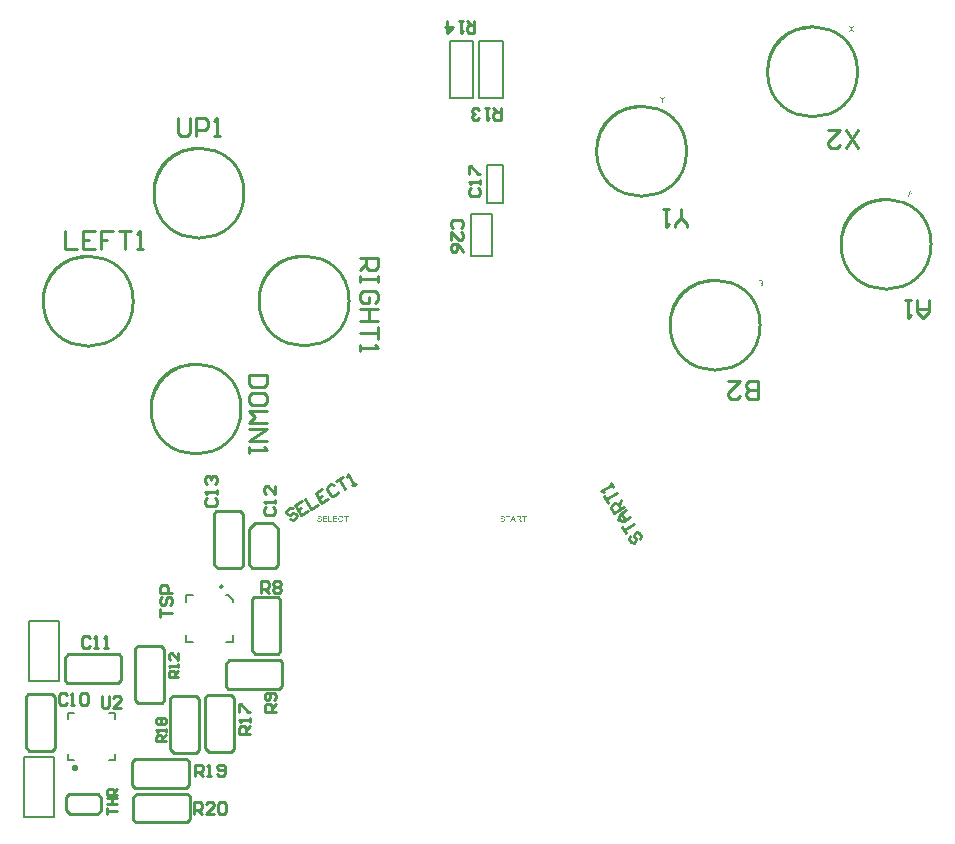
<source format=gto>
G04 Layer_Color=65535*
%FSLAX44Y44*%
%MOMM*%
G71*
G01*
G75*
%ADD26C,0.2540*%
%ADD75C,0.2000*%
%ADD76C,0.2500*%
%ADD77C,0.1270*%
%ADD78C,0.2032*%
%ADD79C,0.1524*%
G36*
X530416Y343364D02*
X528787D01*
Y339001D01*
X528133D01*
Y343364D01*
X526504D01*
Y343948D01*
X530416D01*
Y343364D01*
D02*
G37*
G36*
X520871D02*
X517945D01*
Y341852D01*
X520683D01*
Y341268D01*
X517945D01*
Y339585D01*
X520983D01*
Y339001D01*
X517291D01*
Y343948D01*
X520871D01*
Y343364D01*
D02*
G37*
G36*
X956675Y756593D02*
X958530Y753999D01*
X957731D01*
X956477Y755762D01*
X956472Y755768D01*
X956461Y755789D01*
X956440Y755816D01*
X956413Y755859D01*
X956381Y755902D01*
X956349Y755950D01*
X956273Y756062D01*
Y756057D01*
X956268Y756052D01*
X956247Y756020D01*
X956220Y755977D01*
X956182Y755923D01*
X956102Y755810D01*
X956070Y755757D01*
X956038Y755714D01*
X954784Y753999D01*
X953996D01*
X955909Y756561D01*
X954221Y758946D01*
X954998D01*
X955904Y757675D01*
X955909Y757670D01*
X955914Y757660D01*
X955930Y757638D01*
X955952Y757611D01*
X955973Y757579D01*
X956000Y757542D01*
X956059Y757456D01*
X956124Y757354D01*
X956188Y757258D01*
X956252Y757156D01*
X956300Y757070D01*
Y757075D01*
X956306Y757081D01*
X956316Y757097D01*
X956332Y757118D01*
X956365Y757166D01*
X956413Y757236D01*
X956472Y757322D01*
X956536Y757418D01*
X956617Y757520D01*
X956697Y757627D01*
X957683Y758946D01*
X958396D01*
X956675Y756593D01*
D02*
G37*
G36*
X879564Y543421D02*
X879623D01*
X879682Y543416D01*
X879751Y543405D01*
X879891Y543389D01*
X880046Y543362D01*
X880191Y543325D01*
X880330Y543271D01*
X880335D01*
X880346Y543266D01*
X880362Y543255D01*
X880389Y543245D01*
X880448Y543207D01*
X880528Y543159D01*
X880614Y543094D01*
X880700Y543014D01*
X880786Y542918D01*
X880866Y542810D01*
Y542805D01*
X880877Y542794D01*
X880882Y542778D01*
X880898Y542757D01*
X880914Y542730D01*
X880930Y542692D01*
X880968Y542612D01*
X881000Y542516D01*
X881032Y542403D01*
X881054Y542285D01*
X881064Y542156D01*
Y542151D01*
Y542141D01*
Y542124D01*
Y542103D01*
X881054Y542044D01*
X881043Y541964D01*
X881021Y541872D01*
X880989Y541771D01*
X880946Y541669D01*
X880888Y541562D01*
Y541556D01*
X880882Y541551D01*
X880871Y541535D01*
X880855Y541513D01*
X880818Y541465D01*
X880759Y541401D01*
X880689Y541331D01*
X880598Y541256D01*
X880496Y541181D01*
X880373Y541111D01*
X880378D01*
X880394Y541106D01*
X880416Y541095D01*
X880448Y541085D01*
X880486Y541069D01*
X880528Y541053D01*
X880625Y541004D01*
X880737Y540945D01*
X880850Y540865D01*
X880963Y540774D01*
X881059Y540661D01*
X881064Y540656D01*
X881070Y540645D01*
X881080Y540629D01*
X881096Y540608D01*
X881118Y540575D01*
X881139Y540538D01*
X881161Y540495D01*
X881182Y540447D01*
X881225Y540340D01*
X881268Y540211D01*
X881295Y540066D01*
X881305Y539991D01*
Y539911D01*
Y539906D01*
Y539895D01*
Y539879D01*
Y539852D01*
X881300Y539820D01*
Y539788D01*
X881289Y539702D01*
X881268Y539600D01*
X881241Y539493D01*
X881204Y539375D01*
X881155Y539263D01*
Y539257D01*
X881150Y539252D01*
X881139Y539236D01*
X881129Y539214D01*
X881096Y539161D01*
X881054Y539096D01*
X881005Y539021D01*
X880941Y538946D01*
X880871Y538871D01*
X880791Y538802D01*
X880780Y538796D01*
X880753Y538775D01*
X880705Y538748D01*
X880641Y538711D01*
X880566Y538673D01*
X880475Y538630D01*
X880368Y538592D01*
X880250Y538560D01*
X880244D01*
X880234Y538555D01*
X880218D01*
X880191Y538550D01*
X880159Y538544D01*
X880121Y538534D01*
X880078Y538528D01*
X880030Y538523D01*
X879976Y538512D01*
X879912Y538507D01*
X879778Y538491D01*
X879623Y538485D01*
X879451Y538480D01*
X877570D01*
Y543427D01*
X879516D01*
X879564Y543421D01*
D02*
G37*
G36*
X506063Y344028D02*
X506122Y344023D01*
X506181Y344017D01*
X506250Y344012D01*
X506400Y343991D01*
X506567Y343959D01*
X506733Y343910D01*
X506894Y343851D01*
X506899D01*
X506910Y343841D01*
X506936Y343835D01*
X506963Y343819D01*
X506995Y343798D01*
X507038Y343776D01*
X507129Y343723D01*
X507237Y343648D01*
X507344Y343557D01*
X507446Y343455D01*
X507537Y343331D01*
X507542Y343326D01*
X507547Y343315D01*
X507558Y343299D01*
X507574Y343273D01*
X507590Y343240D01*
X507612Y343203D01*
X507628Y343155D01*
X507655Y343106D01*
X507697Y342994D01*
X507735Y342860D01*
X507767Y342715D01*
X507783Y342554D01*
X507156Y342506D01*
Y342511D01*
X507151Y342528D01*
Y342549D01*
X507146Y342581D01*
X507135Y342624D01*
X507124Y342667D01*
X507092Y342769D01*
X507049Y342881D01*
X506985Y342999D01*
X506910Y343112D01*
X506861Y343160D01*
X506808Y343208D01*
X506802Y343214D01*
X506797Y343219D01*
X506776Y343230D01*
X506754Y343246D01*
X506722Y343262D01*
X506685Y343283D01*
X506642Y343305D01*
X506593Y343331D01*
X506535Y343353D01*
X506470Y343374D01*
X506400Y343396D01*
X506325Y343412D01*
X506240Y343428D01*
X506149Y343439D01*
X506052Y343449D01*
X505897D01*
X505854Y343444D01*
X505806D01*
X505752Y343439D01*
X505688Y343433D01*
X505623Y343423D01*
X505479Y343396D01*
X505339Y343358D01*
X505205Y343305D01*
X505141Y343267D01*
X505088Y343230D01*
X505082D01*
X505077Y343219D01*
X505045Y343192D01*
X505002Y343144D01*
X504953Y343080D01*
X504905Y343005D01*
X504862Y342914D01*
X504830Y342817D01*
X504825Y342763D01*
X504819Y342704D01*
Y342699D01*
Y342694D01*
X504825Y342662D01*
X504830Y342613D01*
X504841Y342554D01*
X504868Y342485D01*
X504900Y342410D01*
X504943Y342340D01*
X505007Y342270D01*
X505018Y342265D01*
X505028Y342254D01*
X505050Y342238D01*
X505077Y342222D01*
X505109Y342206D01*
X505152Y342185D01*
X505200Y342158D01*
X505259Y342131D01*
X505329Y342104D01*
X505409Y342077D01*
X505500Y342045D01*
X505607Y342013D01*
X505720Y341981D01*
X505849Y341943D01*
X505993Y341911D01*
X506004D01*
X506031Y341906D01*
X506068Y341895D01*
X506122Y341879D01*
X506186Y341868D01*
X506261Y341847D01*
X506342Y341831D01*
X506427Y341804D01*
X506609Y341756D01*
X506792Y341708D01*
X506878Y341681D01*
X506953Y341654D01*
X507028Y341627D01*
X507086Y341600D01*
X507092D01*
X507108Y341590D01*
X507129Y341579D01*
X507156Y341563D01*
X507194Y341547D01*
X507237Y341520D01*
X507328Y341461D01*
X507435Y341391D01*
X507537Y341306D01*
X507639Y341204D01*
X507681Y341150D01*
X507724Y341097D01*
Y341091D01*
X507735Y341081D01*
X507746Y341064D01*
X507756Y341043D01*
X507772Y341016D01*
X507789Y340979D01*
X507831Y340893D01*
X507869Y340791D01*
X507901Y340673D01*
X507923Y340539D01*
X507933Y340395D01*
Y340389D01*
Y340378D01*
Y340357D01*
X507928Y340330D01*
Y340293D01*
X507923Y340255D01*
X507906Y340153D01*
X507880Y340041D01*
X507837Y339918D01*
X507778Y339789D01*
X507746Y339719D01*
X507703Y339655D01*
Y339650D01*
X507692Y339639D01*
X507681Y339623D01*
X507660Y339596D01*
X507612Y339537D01*
X507537Y339457D01*
X507446Y339371D01*
X507333Y339280D01*
X507204Y339194D01*
X507054Y339114D01*
X507049D01*
X507033Y339103D01*
X507011Y339098D01*
X506979Y339081D01*
X506942Y339071D01*
X506894Y339055D01*
X506840Y339033D01*
X506776Y339017D01*
X506711Y339001D01*
X506636Y338980D01*
X506475Y338953D01*
X506299Y338931D01*
X506106Y338921D01*
X506041D01*
X505993Y338926D01*
X505934D01*
X505870Y338931D01*
X505795Y338937D01*
X505709Y338947D01*
X505532Y338969D01*
X505345Y339001D01*
X505157Y339049D01*
X504975Y339114D01*
X504970D01*
X504953Y339124D01*
X504932Y339135D01*
X504900Y339151D01*
X504862Y339173D01*
X504819Y339194D01*
X504718Y339258D01*
X504605Y339339D01*
X504487Y339441D01*
X504369Y339558D01*
X504268Y339698D01*
X504262Y339703D01*
X504257Y339714D01*
X504246Y339735D01*
X504230Y339767D01*
X504208Y339805D01*
X504187Y339848D01*
X504160Y339902D01*
X504139Y339960D01*
X504112Y340019D01*
X504091Y340089D01*
X504048Y340244D01*
X504016Y340411D01*
X504005Y340502D01*
X503999Y340593D01*
X504616Y340646D01*
Y340641D01*
Y340630D01*
X504621Y340609D01*
X504627Y340582D01*
X504632Y340550D01*
X504637Y340518D01*
X504659Y340427D01*
X504686Y340330D01*
X504718Y340228D01*
X504761Y340127D01*
X504814Y340030D01*
X504819Y340019D01*
X504846Y339993D01*
X504884Y339950D01*
X504937Y339896D01*
X505007Y339832D01*
X505093Y339773D01*
X505195Y339709D01*
X505313Y339650D01*
X505318D01*
X505329Y339644D01*
X505345Y339639D01*
X505372Y339628D01*
X505404Y339617D01*
X505441Y339601D01*
X505484Y339591D01*
X505532Y339580D01*
X505645Y339553D01*
X505779Y339526D01*
X505918Y339510D01*
X506074Y339505D01*
X506138D01*
X506170Y339510D01*
X506208D01*
X506293Y339521D01*
X506395Y339532D01*
X506508Y339548D01*
X506620Y339575D01*
X506727Y339612D01*
X506733D01*
X506738Y339617D01*
X506754Y339623D01*
X506776Y339633D01*
X506824Y339660D01*
X506888Y339692D01*
X506958Y339735D01*
X507033Y339789D01*
X507097Y339848D01*
X507156Y339918D01*
X507161Y339928D01*
X507178Y339950D01*
X507204Y339993D01*
X507231Y340046D01*
X507253Y340111D01*
X507280Y340180D01*
X507295Y340261D01*
X507301Y340341D01*
Y340346D01*
Y340352D01*
Y340378D01*
X507295Y340427D01*
X507285Y340480D01*
X507269Y340545D01*
X507242Y340614D01*
X507210Y340684D01*
X507161Y340748D01*
X507156Y340754D01*
X507135Y340775D01*
X507103Y340807D01*
X507054Y340850D01*
X506995Y340893D01*
X506915Y340941D01*
X506824Y340989D01*
X506717Y341038D01*
X506706Y341043D01*
X506695Y341048D01*
X506674Y341054D01*
X506652Y341059D01*
X506620Y341070D01*
X506577Y341086D01*
X506535Y341097D01*
X506475Y341113D01*
X506417Y341134D01*
X506342Y341150D01*
X506261Y341172D01*
X506170Y341199D01*
X506074Y341220D01*
X505961Y341252D01*
X505838Y341279D01*
X505832D01*
X505811Y341284D01*
X505774Y341295D01*
X505731Y341306D01*
X505672Y341322D01*
X505607Y341338D01*
X505543Y341359D01*
X505468Y341381D01*
X505307Y341429D01*
X505152Y341483D01*
X505077Y341509D01*
X505007Y341536D01*
X504943Y341563D01*
X504889Y341590D01*
X504884D01*
X504873Y341600D01*
X504857Y341611D01*
X504830Y341622D01*
X504766Y341659D01*
X504691Y341713D01*
X504600Y341783D01*
X504514Y341858D01*
X504428Y341949D01*
X504359Y342045D01*
Y342051D01*
X504353Y342056D01*
X504342Y342072D01*
X504332Y342094D01*
X504305Y342152D01*
X504273Y342228D01*
X504241Y342319D01*
X504214Y342426D01*
X504192Y342544D01*
X504187Y342667D01*
Y342672D01*
Y342683D01*
Y342704D01*
X504192Y342731D01*
Y342763D01*
X504198Y342801D01*
X504214Y342897D01*
X504241Y343005D01*
X504273Y343117D01*
X504326Y343240D01*
X504396Y343364D01*
Y343369D01*
X504407Y343380D01*
X504417Y343396D01*
X504434Y343417D01*
X504487Y343476D01*
X504557Y343551D01*
X504643Y343632D01*
X504750Y343712D01*
X504873Y343792D01*
X505018Y343862D01*
X505023D01*
X505034Y343867D01*
X505061Y343878D01*
X505088Y343889D01*
X505125Y343900D01*
X505173Y343916D01*
X505227Y343932D01*
X505286Y343948D01*
X505350Y343964D01*
X505420Y343980D01*
X505570Y344007D01*
X505741Y344028D01*
X505924Y344034D01*
X506015D01*
X506063Y344028D01*
D02*
G37*
G36*
X1008626Y613999D02*
X1007881D01*
X1007308Y615495D01*
X1005228D01*
X1004692Y613999D01*
X1004001D01*
X1005893Y618946D01*
X1006600D01*
X1008626Y613999D01*
D02*
G37*
G36*
X524151Y344028D02*
X524215Y344023D01*
X524290Y344012D01*
X524371Y344001D01*
X524462Y343985D01*
X524558Y343964D01*
X524660Y343942D01*
X524762Y343910D01*
X524869Y343873D01*
X524976Y343830D01*
X525078Y343776D01*
X525180Y343723D01*
X525276Y343653D01*
X525282Y343648D01*
X525298Y343637D01*
X525325Y343615D01*
X525357Y343583D01*
X525400Y343546D01*
X525448Y343498D01*
X525496Y343444D01*
X525555Y343380D01*
X525614Y343310D01*
X525673Y343230D01*
X525732Y343144D01*
X525785Y343047D01*
X525844Y342946D01*
X525893Y342833D01*
X525941Y342715D01*
X525984Y342592D01*
X525341Y342442D01*
Y342447D01*
X525330Y342463D01*
X525325Y342495D01*
X525308Y342533D01*
X525292Y342576D01*
X525266Y342624D01*
X525212Y342742D01*
X525142Y342871D01*
X525051Y343005D01*
X524955Y343128D01*
X524896Y343181D01*
X524837Y343230D01*
X524832Y343235D01*
X524821Y343240D01*
X524805Y343251D01*
X524778Y343267D01*
X524746Y343289D01*
X524708Y343310D01*
X524665Y343331D01*
X524612Y343353D01*
X524553Y343374D01*
X524494Y343396D01*
X524355Y343439D01*
X524194Y343465D01*
X524108Y343476D01*
X523963D01*
X523920Y343471D01*
X523872Y343465D01*
X523813Y343460D01*
X523749Y343455D01*
X523685Y343444D01*
X523529Y343406D01*
X523368Y343358D01*
X523288Y343326D01*
X523208Y343289D01*
X523133Y343246D01*
X523058Y343198D01*
X523052Y343192D01*
X523041Y343187D01*
X523020Y343171D01*
X522993Y343149D01*
X522966Y343122D01*
X522929Y343085D01*
X522891Y343047D01*
X522849Y343005D01*
X522806Y342951D01*
X522757Y342897D01*
X522672Y342774D01*
X522591Y342629D01*
X522522Y342463D01*
Y342458D01*
X522516Y342442D01*
X522505Y342415D01*
X522500Y342383D01*
X522489Y342340D01*
X522473Y342292D01*
X522463Y342233D01*
X522447Y342174D01*
X522430Y342104D01*
X522420Y342029D01*
X522393Y341868D01*
X522377Y341697D01*
X522371Y341515D01*
Y341509D01*
Y341488D01*
Y341456D01*
X522377Y341408D01*
Y341354D01*
X522382Y341290D01*
X522388Y341220D01*
X522393Y341139D01*
X522404Y341054D01*
X522414Y340968D01*
X522447Y340780D01*
X522495Y340593D01*
X522554Y340411D01*
Y340405D01*
X522565Y340389D01*
X522575Y340368D01*
X522586Y340336D01*
X522607Y340293D01*
X522634Y340250D01*
X522693Y340148D01*
X522774Y340030D01*
X522870Y339918D01*
X522988Y339805D01*
X523052Y339757D01*
X523122Y339709D01*
X523127D01*
X523138Y339698D01*
X523159Y339687D01*
X523191Y339671D01*
X523229Y339655D01*
X523272Y339633D01*
X523320Y339617D01*
X523374Y339596D01*
X523497Y339553D01*
X523642Y339516D01*
X523797Y339489D01*
X523877Y339483D01*
X523963Y339478D01*
X524017D01*
X524054Y339483D01*
X524103Y339489D01*
X524156Y339494D01*
X524221Y339505D01*
X524285Y339516D01*
X524435Y339553D01*
X524510Y339580D01*
X524590Y339612D01*
X524671Y339650D01*
X524746Y339692D01*
X524821Y339741D01*
X524896Y339794D01*
X524901Y339800D01*
X524912Y339810D01*
X524933Y339826D01*
X524960Y339853D01*
X524987Y339885D01*
X525024Y339928D01*
X525062Y339977D01*
X525105Y340030D01*
X525148Y340094D01*
X525191Y340164D01*
X525233Y340239D01*
X525276Y340325D01*
X525314Y340416D01*
X525351Y340518D01*
X525389Y340625D01*
X525416Y340737D01*
X526069Y340571D01*
Y340561D01*
X526059Y340534D01*
X526048Y340496D01*
X526027Y340437D01*
X526005Y340373D01*
X525973Y340293D01*
X525941Y340207D01*
X525898Y340116D01*
X525850Y340014D01*
X525796Y339918D01*
X525737Y339810D01*
X525668Y339709D01*
X525592Y339612D01*
X525512Y339516D01*
X525421Y339425D01*
X525325Y339339D01*
X525319Y339333D01*
X525298Y339323D01*
X525271Y339301D01*
X525228Y339274D01*
X525180Y339242D01*
X525116Y339205D01*
X525046Y339167D01*
X524960Y339130D01*
X524869Y339092D01*
X524772Y339055D01*
X524665Y339017D01*
X524547Y338985D01*
X524424Y338958D01*
X524296Y338937D01*
X524162Y338926D01*
X524017Y338921D01*
X523942D01*
X523883Y338926D01*
X523819Y338931D01*
X523738Y338937D01*
X523652Y338947D01*
X523556Y338964D01*
X523454Y338980D01*
X523347Y339001D01*
X523240Y339028D01*
X523133Y339055D01*
X523020Y339092D01*
X522913Y339135D01*
X522811Y339183D01*
X522715Y339242D01*
X522709Y339248D01*
X522693Y339258D01*
X522666Y339274D01*
X522634Y339301D01*
X522591Y339339D01*
X522543Y339376D01*
X522489Y339425D01*
X522430Y339483D01*
X522371Y339548D01*
X522307Y339617D01*
X522248Y339692D01*
X522184Y339778D01*
X522120Y339869D01*
X522061Y339966D01*
X522007Y340073D01*
X521954Y340186D01*
X521948Y340191D01*
X521943Y340212D01*
X521932Y340250D01*
X521916Y340293D01*
X521894Y340352D01*
X521873Y340416D01*
X521852Y340496D01*
X521825Y340582D01*
X521803Y340679D01*
X521777Y340780D01*
X521755Y340888D01*
X521739Y341006D01*
X521707Y341252D01*
X521702Y341381D01*
X521696Y341509D01*
Y341520D01*
Y341541D01*
Y341584D01*
X521702Y341638D01*
X521707Y341708D01*
X521712Y341788D01*
X521723Y341874D01*
X521734Y341970D01*
X521750Y342072D01*
X521766Y342179D01*
X521819Y342410D01*
X521857Y342522D01*
X521894Y342635D01*
X521937Y342753D01*
X521991Y342860D01*
X521996Y342865D01*
X522007Y342887D01*
X522023Y342914D01*
X522045Y342956D01*
X522077Y343005D01*
X522114Y343058D01*
X522157Y343117D01*
X522205Y343187D01*
X522264Y343251D01*
X522323Y343326D01*
X522393Y343396D01*
X522468Y343471D01*
X522548Y343540D01*
X522634Y343610D01*
X522731Y343675D01*
X522827Y343733D01*
X522832Y343739D01*
X522854Y343744D01*
X522881Y343760D01*
X522924Y343782D01*
X522972Y343803D01*
X523036Y343830D01*
X523106Y343857D01*
X523181Y343884D01*
X523266Y343910D01*
X523363Y343937D01*
X523460Y343964D01*
X523567Y343985D01*
X523786Y344023D01*
X523904Y344028D01*
X524028Y344034D01*
X524097D01*
X524151Y344028D01*
D02*
G37*
G36*
X796561Y696089D02*
Y693999D01*
X795907D01*
Y696089D01*
X793999Y698946D01*
X794792D01*
X795768Y697451D01*
X795773Y697445D01*
X795778Y697434D01*
X795794Y697408D01*
X795816Y697381D01*
X795837Y697343D01*
X795864Y697295D01*
X795896Y697247D01*
X795934Y697188D01*
X796009Y697065D01*
X796094Y696925D01*
X796186Y696775D01*
X796271Y696620D01*
X796277Y696625D01*
X796282Y696636D01*
X796293Y696657D01*
X796314Y696690D01*
X796336Y696722D01*
X796357Y696765D01*
X796389Y696818D01*
X796421Y696872D01*
X796459Y696931D01*
X796502Y697000D01*
X796593Y697145D01*
X796700Y697311D01*
X796813Y697488D01*
X797772Y698946D01*
X798533D01*
X796561Y696089D01*
D02*
G37*
G36*
X514059Y339585D02*
X516498D01*
Y339001D01*
X513405D01*
Y343948D01*
X514059D01*
Y339585D01*
D02*
G37*
G36*
X512419Y343364D02*
X509493D01*
Y341852D01*
X512231D01*
Y341268D01*
X509493D01*
Y339585D01*
X512532D01*
Y339001D01*
X508839D01*
Y343948D01*
X512419D01*
Y343364D01*
D02*
G37*
G36*
X661064Y344028D02*
X661123Y344023D01*
X661182Y344017D01*
X661251Y344012D01*
X661402Y343991D01*
X661568Y343959D01*
X661734Y343910D01*
X661895Y343851D01*
X661900D01*
X661911Y343841D01*
X661937Y343835D01*
X661964Y343819D01*
X661996Y343798D01*
X662039Y343776D01*
X662130Y343723D01*
X662237Y343648D01*
X662345Y343557D01*
X662447Y343455D01*
X662538Y343331D01*
X662543Y343326D01*
X662548Y343315D01*
X662559Y343299D01*
X662575Y343273D01*
X662591Y343240D01*
X662613Y343203D01*
X662629Y343155D01*
X662656Y343106D01*
X662698Y342994D01*
X662736Y342860D01*
X662768Y342715D01*
X662784Y342554D01*
X662157Y342506D01*
Y342511D01*
X662152Y342528D01*
Y342549D01*
X662146Y342581D01*
X662136Y342624D01*
X662125Y342667D01*
X662093Y342769D01*
X662050Y342881D01*
X661986Y342999D01*
X661911Y343112D01*
X661862Y343160D01*
X661809Y343208D01*
X661803Y343214D01*
X661798Y343219D01*
X661777Y343230D01*
X661755Y343246D01*
X661723Y343262D01*
X661685Y343283D01*
X661643Y343305D01*
X661594Y343331D01*
X661535Y343353D01*
X661471Y343374D01*
X661402Y343396D01*
X661326Y343412D01*
X661241Y343428D01*
X661150Y343439D01*
X661053Y343449D01*
X660898D01*
X660855Y343444D01*
X660807D01*
X660753Y343439D01*
X660689Y343433D01*
X660624Y343423D01*
X660480Y343396D01*
X660340Y343358D01*
X660206Y343305D01*
X660142Y343267D01*
X660088Y343230D01*
X660083D01*
X660078Y343219D01*
X660045Y343192D01*
X660003Y343144D01*
X659954Y343080D01*
X659906Y343005D01*
X659863Y342914D01*
X659831Y342817D01*
X659826Y342763D01*
X659820Y342704D01*
Y342699D01*
Y342694D01*
X659826Y342662D01*
X659831Y342613D01*
X659842Y342554D01*
X659869Y342485D01*
X659901Y342410D01*
X659944Y342340D01*
X660008Y342270D01*
X660019Y342265D01*
X660030Y342254D01*
X660051Y342238D01*
X660078Y342222D01*
X660110Y342206D01*
X660153Y342185D01*
X660201Y342158D01*
X660260Y342131D01*
X660330Y342104D01*
X660410Y342077D01*
X660501Y342045D01*
X660608Y342013D01*
X660721Y341981D01*
X660850Y341943D01*
X660994Y341911D01*
X661005D01*
X661032Y341906D01*
X661069Y341895D01*
X661123Y341879D01*
X661187Y341868D01*
X661262Y341847D01*
X661342Y341831D01*
X661428Y341804D01*
X661610Y341756D01*
X661793Y341708D01*
X661879Y341681D01*
X661954Y341654D01*
X662029Y341627D01*
X662087Y341600D01*
X662093D01*
X662109Y341590D01*
X662130Y341579D01*
X662157Y341563D01*
X662195Y341547D01*
X662237Y341520D01*
X662329Y341461D01*
X662436Y341391D01*
X662538Y341306D01*
X662639Y341204D01*
X662682Y341150D01*
X662725Y341097D01*
Y341091D01*
X662736Y341081D01*
X662747Y341064D01*
X662757Y341043D01*
X662774Y341016D01*
X662790Y340979D01*
X662832Y340893D01*
X662870Y340791D01*
X662902Y340673D01*
X662924Y340539D01*
X662934Y340395D01*
Y340389D01*
Y340378D01*
Y340357D01*
X662929Y340330D01*
Y340293D01*
X662924Y340255D01*
X662907Y340153D01*
X662881Y340041D01*
X662838Y339918D01*
X662779Y339789D01*
X662747Y339719D01*
X662704Y339655D01*
Y339650D01*
X662693Y339639D01*
X662682Y339623D01*
X662661Y339596D01*
X662613Y339537D01*
X662538Y339457D01*
X662447Y339371D01*
X662334Y339280D01*
X662205Y339194D01*
X662055Y339114D01*
X662050D01*
X662034Y339103D01*
X662012Y339098D01*
X661980Y339081D01*
X661943Y339071D01*
X661895Y339055D01*
X661841Y339033D01*
X661777Y339017D01*
X661712Y339001D01*
X661637Y338980D01*
X661477Y338953D01*
X661300Y338931D01*
X661107Y338921D01*
X661042D01*
X660994Y338926D01*
X660935D01*
X660871Y338931D01*
X660796Y338937D01*
X660710Y338947D01*
X660533Y338969D01*
X660346Y339001D01*
X660158Y339049D01*
X659976Y339114D01*
X659970D01*
X659954Y339124D01*
X659933Y339135D01*
X659901Y339151D01*
X659863Y339173D01*
X659820Y339194D01*
X659719Y339258D01*
X659606Y339339D01*
X659488Y339441D01*
X659370Y339558D01*
X659268Y339698D01*
X659263Y339703D01*
X659258Y339714D01*
X659247Y339735D01*
X659231Y339767D01*
X659210Y339805D01*
X659188Y339848D01*
X659161Y339902D01*
X659140Y339960D01*
X659113Y340019D01*
X659092Y340089D01*
X659049Y340244D01*
X659016Y340411D01*
X659006Y340502D01*
X659000Y340593D01*
X659617Y340646D01*
Y340641D01*
Y340630D01*
X659622Y340609D01*
X659628Y340582D01*
X659633Y340550D01*
X659638Y340518D01*
X659660Y340427D01*
X659687Y340330D01*
X659719Y340228D01*
X659762Y340127D01*
X659815Y340030D01*
X659820Y340019D01*
X659847Y339993D01*
X659885Y339950D01*
X659938Y339896D01*
X660008Y339832D01*
X660094Y339773D01*
X660196Y339709D01*
X660313Y339650D01*
X660319D01*
X660330Y339644D01*
X660346Y339639D01*
X660372Y339628D01*
X660405Y339617D01*
X660442Y339601D01*
X660485Y339591D01*
X660533Y339580D01*
X660646Y339553D01*
X660780Y339526D01*
X660919Y339510D01*
X661075Y339505D01*
X661139D01*
X661171Y339510D01*
X661208D01*
X661294Y339521D01*
X661396Y339532D01*
X661509Y339548D01*
X661621Y339575D01*
X661728Y339612D01*
X661734D01*
X661739Y339617D01*
X661755Y339623D01*
X661777Y339633D01*
X661825Y339660D01*
X661889Y339692D01*
X661959Y339735D01*
X662034Y339789D01*
X662098Y339848D01*
X662157Y339918D01*
X662162Y339928D01*
X662179Y339950D01*
X662205Y339993D01*
X662232Y340046D01*
X662254Y340111D01*
X662280Y340180D01*
X662297Y340261D01*
X662302Y340341D01*
Y340346D01*
Y340352D01*
Y340378D01*
X662297Y340427D01*
X662286Y340480D01*
X662270Y340545D01*
X662243Y340614D01*
X662211Y340684D01*
X662162Y340748D01*
X662157Y340754D01*
X662136Y340775D01*
X662104Y340807D01*
X662055Y340850D01*
X661996Y340893D01*
X661916Y340941D01*
X661825Y340989D01*
X661718Y341038D01*
X661707Y341043D01*
X661696Y341048D01*
X661675Y341054D01*
X661653Y341059D01*
X661621Y341070D01*
X661578Y341086D01*
X661535Y341097D01*
X661477Y341113D01*
X661417Y341134D01*
X661342Y341150D01*
X661262Y341172D01*
X661171Y341199D01*
X661075Y341220D01*
X660962Y341252D01*
X660839Y341279D01*
X660833D01*
X660812Y341284D01*
X660774Y341295D01*
X660732Y341306D01*
X660673Y341322D01*
X660608Y341338D01*
X660544Y341359D01*
X660469Y341381D01*
X660308Y341429D01*
X660153Y341483D01*
X660078Y341509D01*
X660008Y341536D01*
X659944Y341563D01*
X659890Y341590D01*
X659885D01*
X659874Y341600D01*
X659858Y341611D01*
X659831Y341622D01*
X659767Y341659D01*
X659692Y341713D01*
X659601Y341783D01*
X659515Y341858D01*
X659429Y341949D01*
X659360Y342045D01*
Y342051D01*
X659354Y342056D01*
X659343Y342072D01*
X659333Y342094D01*
X659306Y342152D01*
X659274Y342228D01*
X659242Y342319D01*
X659215Y342426D01*
X659193Y342544D01*
X659188Y342667D01*
Y342672D01*
Y342683D01*
Y342704D01*
X659193Y342731D01*
Y342763D01*
X659199Y342801D01*
X659215Y342897D01*
X659242Y343005D01*
X659274Y343117D01*
X659327Y343240D01*
X659397Y343364D01*
Y343369D01*
X659408Y343380D01*
X659418Y343396D01*
X659435Y343417D01*
X659488Y343476D01*
X659558Y343551D01*
X659644Y343632D01*
X659751Y343712D01*
X659874Y343792D01*
X660019Y343862D01*
X660024D01*
X660035Y343867D01*
X660062Y343878D01*
X660088Y343889D01*
X660126Y343900D01*
X660174Y343916D01*
X660228Y343932D01*
X660287Y343948D01*
X660351Y343964D01*
X660421Y343980D01*
X660571Y344007D01*
X660742Y344028D01*
X660925Y344034D01*
X661016D01*
X661064Y344028D01*
D02*
G37*
G36*
X681183Y343364D02*
X679554D01*
Y339001D01*
X678900D01*
Y343364D01*
X677271D01*
Y343948D01*
X681183D01*
Y343364D01*
D02*
G37*
G36*
X667366D02*
X665737D01*
Y339001D01*
X665083D01*
Y343364D01*
X663454D01*
Y343948D01*
X667366D01*
Y343364D01*
D02*
G37*
G36*
X672131Y339001D02*
X671386D01*
X670813Y340496D01*
X668733D01*
X668197Y339001D01*
X667506D01*
X669398Y343948D01*
X670105D01*
X672131Y339001D01*
D02*
G37*
G36*
X675020Y343942D02*
X675079D01*
X675148Y343937D01*
X675229Y343932D01*
X675389Y343916D01*
X675556Y343889D01*
X675716Y343857D01*
X675786Y343835D01*
X675856Y343814D01*
X675861D01*
X675872Y343809D01*
X675888Y343798D01*
X675915Y343787D01*
X675979Y343755D01*
X676054Y343707D01*
X676145Y343642D01*
X676236Y343557D01*
X676327Y343460D01*
X676408Y343342D01*
Y343337D01*
X676419Y343326D01*
X676429Y343310D01*
X676440Y343283D01*
X676456Y343251D01*
X676472Y343214D01*
X676494Y343171D01*
X676515Y343122D01*
X676553Y343010D01*
X676585Y342887D01*
X676606Y342747D01*
X676617Y342597D01*
Y342592D01*
Y342576D01*
Y342544D01*
X676611Y342511D01*
X676606Y342463D01*
X676601Y342410D01*
X676590Y342351D01*
X676574Y342286D01*
X676531Y342147D01*
X676504Y342072D01*
X676472Y341997D01*
X676435Y341922D01*
X676386Y341847D01*
X676333Y341777D01*
X676274Y341708D01*
X676268Y341702D01*
X676258Y341692D01*
X676236Y341675D01*
X676209Y341649D01*
X676172Y341622D01*
X676129Y341590D01*
X676076Y341552D01*
X676011Y341515D01*
X675941Y341477D01*
X675866Y341440D01*
X675781Y341402D01*
X675684Y341365D01*
X675582Y341332D01*
X675470Y341300D01*
X675347Y341273D01*
X675218Y341252D01*
X675223D01*
X675229Y341247D01*
X675261Y341231D01*
X675309Y341204D01*
X675368Y341172D01*
X675432Y341134D01*
X675497Y341097D01*
X675561Y341048D01*
X675615Y341006D01*
X675620Y341000D01*
X675625Y340995D01*
X675641Y340979D01*
X675663Y340957D01*
X675690Y340930D01*
X675722Y340898D01*
X675791Y340823D01*
X675872Y340727D01*
X675963Y340614D01*
X676059Y340486D01*
X676156Y340346D01*
X677013Y339001D01*
X676193D01*
X675540Y340030D01*
X675534Y340036D01*
X675529Y340051D01*
X675513Y340073D01*
X675491Y340105D01*
X675470Y340143D01*
X675438Y340186D01*
X675373Y340282D01*
X675298Y340395D01*
X675223Y340507D01*
X675143Y340614D01*
X675068Y340711D01*
Y340716D01*
X675057Y340722D01*
X675036Y340748D01*
X675004Y340791D01*
X674955Y340839D01*
X674907Y340893D01*
X674848Y340947D01*
X674789Y341000D01*
X674736Y341038D01*
X674730Y341043D01*
X674709Y341054D01*
X674682Y341070D01*
X674644Y341091D01*
X674596Y341113D01*
X674548Y341134D01*
X674494Y341156D01*
X674436Y341172D01*
X674430D01*
X674414Y341177D01*
X674387Y341182D01*
X674350Y341188D01*
X674296D01*
X674232Y341193D01*
X674157Y341199D01*
X673315D01*
Y339001D01*
X672662D01*
Y343948D01*
X674961D01*
X675020Y343942D01*
D02*
G37*
%LPC*%
G36*
X879306Y542843D02*
X878224D01*
Y541347D01*
X879398D01*
X879440Y541353D01*
X879531D01*
X879633Y541358D01*
X879741Y541369D01*
X879837Y541385D01*
X879880Y541390D01*
X879917Y541401D01*
X879923D01*
X879928Y541406D01*
X879960Y541417D01*
X880003Y541433D01*
X880057Y541460D01*
X880116Y541492D01*
X880180Y541535D01*
X880239Y541589D01*
X880293Y541647D01*
X880298Y541658D01*
X880314Y541680D01*
X880335Y541717D01*
X880357Y541765D01*
X880378Y541830D01*
X880400Y541905D01*
X880416Y541985D01*
X880421Y542081D01*
Y542087D01*
Y542092D01*
Y542124D01*
X880416Y542167D01*
X880405Y542226D01*
X880389Y542296D01*
X880368Y542371D01*
X880341Y542446D01*
X880298Y542516D01*
X880293Y542526D01*
X880276Y542548D01*
X880250Y542580D01*
X880212Y542617D01*
X880164Y542660D01*
X880105Y542703D01*
X880041Y542741D01*
X879960Y542773D01*
X879950Y542778D01*
X879939D01*
X879917Y542784D01*
X879896Y542789D01*
X879864Y542794D01*
X879826Y542800D01*
X879789Y542810D01*
X879741Y542816D01*
X879682Y542821D01*
X879623Y542826D01*
X879553Y542832D01*
X879478Y542837D01*
X879398D01*
X879306Y542843D01*
D02*
G37*
G36*
X879365Y540763D02*
X878224D01*
Y539064D01*
X879564D01*
X879633Y539070D01*
X879703D01*
X879778Y539075D01*
X879848Y539080D01*
X879901Y539086D01*
X879912D01*
X879939Y539091D01*
X879982Y539102D01*
X880035Y539118D01*
X880094Y539134D01*
X880153Y539161D01*
X880218Y539187D01*
X880276Y539220D01*
X880282Y539225D01*
X880303Y539236D01*
X880330Y539257D01*
X880368Y539289D01*
X880405Y539327D01*
X880448Y539375D01*
X880491Y539429D01*
X880528Y539493D01*
X880534Y539504D01*
X880545Y539525D01*
X880561Y539563D01*
X880582Y539616D01*
X880598Y539675D01*
X880614Y539745D01*
X880625Y539825D01*
X880630Y539911D01*
Y539916D01*
Y539922D01*
Y539938D01*
Y539959D01*
X880625Y540007D01*
X880614Y540077D01*
X880593Y540152D01*
X880571Y540233D01*
X880534Y540313D01*
X880486Y540393D01*
X880480Y540404D01*
X880459Y540425D01*
X880427Y540463D01*
X880384Y540506D01*
X880325Y540554D01*
X880255Y540597D01*
X880180Y540640D01*
X880089Y540677D01*
X880084D01*
X880078Y540683D01*
X880062Y540688D01*
X880041Y540693D01*
X880014Y540699D01*
X879987Y540704D01*
X879950Y540715D01*
X879907Y540720D01*
X879853Y540731D01*
X879799Y540736D01*
X879741Y540742D01*
X879676Y540752D01*
X879531Y540758D01*
X879365Y540763D01*
D02*
G37*
G36*
X1006231Y618432D02*
Y618426D01*
X1006225Y618410D01*
X1006220Y618383D01*
X1006215Y618351D01*
X1006204Y618303D01*
X1006193Y618255D01*
X1006177Y618196D01*
X1006161Y618131D01*
X1006145Y618062D01*
X1006123Y617987D01*
X1006075Y617826D01*
X1006021Y617654D01*
X1005963Y617477D01*
X1005416Y616025D01*
X1007104D01*
X1006584Y617397D01*
Y617402D01*
X1006574Y617424D01*
X1006563Y617456D01*
X1006547Y617504D01*
X1006525Y617553D01*
X1006504Y617617D01*
X1006477Y617687D01*
X1006450Y617762D01*
X1006397Y617928D01*
X1006338Y618099D01*
X1006279Y618271D01*
X1006231Y618432D01*
D02*
G37*
G36*
X669735Y343433D02*
Y343428D01*
X669730Y343412D01*
X669725Y343385D01*
X669719Y343353D01*
X669708Y343305D01*
X669698Y343256D01*
X669682Y343198D01*
X669666Y343133D01*
X669650Y343064D01*
X669628Y342989D01*
X669580Y342828D01*
X669526Y342656D01*
X669467Y342479D01*
X668921Y341027D01*
X670609D01*
X670089Y342399D01*
Y342404D01*
X670078Y342426D01*
X670068Y342458D01*
X670051Y342506D01*
X670030Y342554D01*
X670009Y342619D01*
X669982Y342688D01*
X669955Y342763D01*
X669902Y342929D01*
X669843Y343101D01*
X669784Y343273D01*
X669735Y343433D01*
D02*
G37*
G36*
X674982Y343401D02*
X673315D01*
Y341767D01*
X674795D01*
X674832Y341772D01*
X674875D01*
X674977Y341777D01*
X675089Y341788D01*
X675207Y341804D01*
X675320Y341825D01*
X675422Y341858D01*
X675427D01*
X675432Y341863D01*
X675464Y341874D01*
X675507Y341895D01*
X675566Y341927D01*
X675625Y341970D01*
X675690Y342018D01*
X675754Y342083D01*
X675807Y342152D01*
X675813Y342163D01*
X675829Y342190D01*
X675850Y342228D01*
X675877Y342286D01*
X675899Y342351D01*
X675920Y342426D01*
X675936Y342511D01*
X675941Y342597D01*
Y342603D01*
Y342613D01*
Y342629D01*
X675936Y342656D01*
Y342683D01*
X675931Y342720D01*
X675909Y342801D01*
X675877Y342892D01*
X675834Y342989D01*
X675770Y343080D01*
X675727Y343128D01*
X675684Y343171D01*
X675679Y343176D01*
X675674Y343181D01*
X675658Y343192D01*
X675636Y343208D01*
X675609Y343224D01*
X675572Y343246D01*
X675534Y343267D01*
X675486Y343289D01*
X675432Y343310D01*
X675373Y343326D01*
X675309Y343348D01*
X675239Y343364D01*
X675159Y343380D01*
X675073Y343390D01*
X674982Y343401D01*
D02*
G37*
%LPD*%
D26*
X492760Y563880D02*
G03*
X454660Y527050I-635J-37465D01*
G01*
X401320Y472440D02*
G03*
X363220Y434340I0J-38100D01*
G01*
X309880Y563880D02*
G03*
X271780Y525780I0J-38100D01*
G01*
X403860Y655320D02*
G03*
X365760Y617220I0J-38100D01*
G01*
X985520Y612140D02*
G03*
X947420Y572770I635J-38735D01*
G01*
X840740Y543560D02*
G03*
X802640Y505460I0J-38100D01*
G01*
X923290Y758190D02*
G03*
X885190Y720090I0J-38100D01*
G01*
X778510Y690880D02*
G03*
X740410Y652780I0J-38100D01*
G01*
X257250Y191000D02*
X259250Y193000D01*
X257250Y187000D02*
Y191000D01*
X279000Y193000D02*
X281500Y190500D01*
Y183750D02*
Y190500D01*
X259250Y193000D02*
X279000D01*
X257250Y148000D02*
Y187000D01*
X260250Y145000D02*
X279250D01*
X257250Y148000D02*
X260250Y145000D01*
X281500Y147250D02*
Y185000D01*
X279250Y145000D02*
X281500Y147250D01*
X336000Y226750D02*
X338000Y224750D01*
X332000Y226750D02*
X336000D01*
X335500Y202500D02*
X338000Y205000D01*
X328750Y202500D02*
X335500D01*
X338000Y205000D02*
Y224750D01*
X293000Y226750D02*
X332000D01*
X290000Y204750D02*
Y223750D01*
X293000Y226750D01*
X292250Y202500D02*
X330000D01*
X290000Y204750D02*
X292250Y202500D01*
X446000Y333250D02*
X451000Y338250D01*
X465750D01*
X446000Y333250D02*
X446000Y333250D01*
X446000Y303250D02*
Y333250D01*
X465750Y338250D02*
X470250Y333750D01*
Y302500D02*
Y333750D01*
X449000Y300250D02*
X468000D01*
X446000Y303250D02*
X449000Y300250D01*
X468000D02*
X470250Y302500D01*
X416500Y345750D02*
X418500Y347750D01*
X416500Y341750D02*
Y345750D01*
X438250Y347750D02*
X440750Y345250D01*
Y338500D02*
Y345250D01*
X418500Y347750D02*
X438250D01*
X416500Y302750D02*
Y341750D01*
X419500Y299750D02*
X438500D01*
X416500Y302750D02*
X419500Y299750D01*
X440750Y302000D02*
Y339750D01*
X438500Y299750D02*
X440750Y302000D01*
X448500Y273250D02*
X450500Y275250D01*
X448500Y269250D02*
Y273250D01*
X470250Y275250D02*
X472750Y272750D01*
Y266000D02*
Y272750D01*
X450500Y275250D02*
X470250D01*
X448500Y230250D02*
Y269250D01*
X451500Y227250D02*
X470500D01*
X448500Y230250D02*
X451500Y227250D01*
X472750Y229500D02*
Y267250D01*
X470500Y227250D02*
X472750Y229500D01*
X472250Y222000D02*
X474250Y220000D01*
X468250Y222000D02*
X472250D01*
X471750Y197750D02*
X474250Y200250D01*
X465000Y197750D02*
X471750D01*
X474250Y200250D02*
Y220000D01*
X429250Y222000D02*
X468250D01*
X426250Y200000D02*
Y219000D01*
X429250Y222000D01*
X428500Y197750D02*
X466250D01*
X426250Y200000D02*
X428500Y197750D01*
X372250Y186000D02*
X374250Y188000D01*
Y192000D01*
X350000Y188500D02*
X352500Y186000D01*
X350000Y188500D02*
Y195250D01*
X352500Y186000D02*
X372250D01*
X374250Y192000D02*
Y231000D01*
X352250Y234000D02*
X371250D01*
X374250Y231000D01*
X350000Y194000D02*
Y231750D01*
X352250Y234000D01*
X409000Y190500D02*
X411000Y192500D01*
X409000Y186500D02*
Y190500D01*
X430750Y192500D02*
X433250Y190000D01*
Y183250D02*
Y190000D01*
X411000Y192500D02*
X430750D01*
X409000Y147500D02*
Y186500D01*
X412000Y144500D02*
X431000D01*
X409000Y147500D02*
X412000Y144500D01*
X433250Y146750D02*
Y184500D01*
X431000Y144500D02*
X433250Y146750D01*
X379500Y189500D02*
X381500Y191500D01*
X379500Y185500D02*
Y189500D01*
X401250Y191500D02*
X403750Y189000D01*
Y182250D02*
Y189000D01*
X381500Y191500D02*
X401250D01*
X379500Y146500D02*
Y185500D01*
X382500Y143500D02*
X401500D01*
X379500Y146500D02*
X382500Y143500D01*
X403750Y145750D02*
Y183500D01*
X401500Y143500D02*
X403750Y145750D01*
X393000Y138250D02*
X395000Y136250D01*
X389000Y138250D02*
X393000D01*
X392500Y114000D02*
X395000Y116500D01*
X385750Y114000D02*
X392500D01*
X395000Y116500D02*
Y136250D01*
X350000Y138250D02*
X389000D01*
X347000Y116250D02*
Y135250D01*
X350000Y138250D01*
X349250Y114000D02*
X387000D01*
X347000Y116250D02*
X349250Y114000D01*
X394000Y108750D02*
X396000Y106750D01*
X390000Y108750D02*
X394000D01*
X393500Y84500D02*
X396000Y87000D01*
X386750Y84500D02*
X393500D01*
X396000Y87000D02*
Y106750D01*
X351000Y108750D02*
X390000D01*
X348000Y86750D02*
Y105750D01*
X351000Y108750D01*
X350250Y84500D02*
X388000D01*
X348000Y86750D02*
X350250Y84500D01*
X293500Y108250D02*
X318000D01*
X320750Y105500D01*
Y94500D02*
Y105500D01*
X317750Y91500D02*
X320750Y94500D01*
X294500Y91500D02*
X317750D01*
X291000Y95000D02*
X294500Y91500D01*
X291000Y95000D02*
Y105750D01*
X293500Y108250D01*
X297180Y129540D02*
Y132080D01*
Y129540D02*
X299720D01*
Y132080D01*
X297180D02*
X299720D01*
X637000Y762750D02*
Y752753D01*
X632002D01*
X630336Y754419D01*
Y757752D01*
X632002Y759418D01*
X637000D01*
X633668D02*
X630336Y762750D01*
X627003D02*
X623671D01*
X625337D01*
Y752753D01*
X627003Y754419D01*
X613674Y762750D02*
Y752753D01*
X618672Y757752D01*
X612008D01*
X659509Y689361D02*
Y679364D01*
X654511D01*
X652844Y681030D01*
Y684363D01*
X654511Y686029D01*
X659509D01*
X656177D02*
X652844Y689361D01*
X649512D02*
X646180D01*
X647846D01*
Y679364D01*
X649512Y681030D01*
X641182D02*
X639515Y679364D01*
X636183D01*
X634517Y681030D01*
Y682697D01*
X636183Y684363D01*
X637849D01*
X636183D01*
X634517Y686029D01*
Y687695D01*
X636183Y689361D01*
X639515D01*
X641182Y687695D01*
X633669Y621914D02*
X632003Y620248D01*
Y616916D01*
X633669Y615250D01*
X640334D01*
X642000Y616916D01*
Y620248D01*
X640334Y621914D01*
X642000Y625247D02*
Y628579D01*
Y626913D01*
X632003D01*
X633669Y625247D01*
X632003Y633577D02*
Y640242D01*
X633669D01*
X640334Y633577D01*
X642000D01*
X410669Y359414D02*
X409003Y357748D01*
Y354416D01*
X410669Y352750D01*
X417334D01*
X419000Y354416D01*
Y357748D01*
X417334Y359414D01*
X419000Y362747D02*
Y366079D01*
Y364413D01*
X409003D01*
X410669Y362747D01*
Y371077D02*
X409003Y372744D01*
Y376076D01*
X410669Y377742D01*
X412336D01*
X414002Y376076D01*
Y374410D01*
Y376076D01*
X415668Y377742D01*
X417334D01*
X419000Y376076D01*
Y372744D01*
X417334Y371077D01*
X460169Y351165D02*
X458503Y349498D01*
Y346166D01*
X460169Y344500D01*
X466834D01*
X468500Y346166D01*
Y349498D01*
X466834Y351165D01*
X468500Y354497D02*
Y357829D01*
Y356163D01*
X458503D01*
X460169Y354497D01*
X468500Y369492D02*
Y362827D01*
X461836Y369492D01*
X460169D01*
X458503Y367826D01*
Y364494D01*
X460169Y362827D01*
X483106Y350297D02*
X480830Y350907D01*
X477944Y349240D01*
X477335Y346964D01*
X478168Y345522D01*
X480444Y344912D01*
X483330Y346578D01*
X485606Y345968D01*
X486438Y344525D01*
X485829Y342249D01*
X482943Y340583D01*
X480667Y341193D01*
X490931Y356738D02*
X485159Y353406D01*
X490158Y344748D01*
X495929Y348081D01*
X487658Y349077D02*
X490544Y350743D01*
X493816Y358404D02*
X498815Y349747D01*
X504587Y353079D01*
X508246Y366735D02*
X502474Y363403D01*
X507472Y354745D01*
X513244Y358077D01*
X504973Y359074D02*
X507859Y360740D01*
X517736Y370290D02*
X515460Y370900D01*
X512574Y369234D01*
X511964Y366958D01*
X515297Y361186D01*
X517573Y360577D01*
X520459Y362243D01*
X521068Y364519D01*
X519789Y373399D02*
X525561Y376732D01*
X522675Y375065D01*
X527673Y366408D01*
X533445Y369740D02*
X536331Y371407D01*
X534888Y370573D01*
X529889Y379231D01*
X529280Y376955D01*
X768453Y327106D02*
X767843Y324830D01*
X769510Y321945D01*
X771786Y321335D01*
X773228Y322168D01*
X773838Y324444D01*
X772172Y327329D01*
X772782Y329605D01*
X774225Y330439D01*
X776501Y329829D01*
X778167Y326943D01*
X777557Y324667D01*
X765344Y329159D02*
X762012Y334931D01*
X763678Y332045D01*
X772336Y337043D01*
X769003Y342815D02*
X763232Y339483D01*
X758680Y340702D01*
X759899Y345254D01*
X765671Y348587D01*
X761342Y346087D01*
X764675Y340316D01*
X764005Y351472D02*
X755347Y346474D01*
X752848Y350803D01*
X753458Y353079D01*
X756344Y354745D01*
X758620Y354135D01*
X761119Y349806D01*
X759453Y352692D02*
X760673Y357244D01*
X750349Y355131D02*
X747017Y360903D01*
X748683Y358017D01*
X757340Y363016D01*
X754008Y368787D02*
X752342Y371673D01*
X753175Y370230D01*
X744518Y365232D01*
X746794Y364622D01*
X291665Y192331D02*
X289998Y193997D01*
X286666D01*
X285000Y192331D01*
Y185666D01*
X286666Y184000D01*
X289998D01*
X291665Y185666D01*
X294997Y184000D02*
X298329D01*
X296663D01*
Y193997D01*
X294997Y192331D01*
X303327D02*
X304993Y193997D01*
X308326D01*
X309992Y192331D01*
Y185666D01*
X308326Y184000D01*
X304993D01*
X303327Y185666D01*
Y192331D01*
X311665Y240831D02*
X309998Y242497D01*
X306666D01*
X305000Y240831D01*
Y234166D01*
X306666Y232500D01*
X309998D01*
X311665Y234166D01*
X314997Y232500D02*
X318329D01*
X316663D01*
Y242497D01*
X314997Y240831D01*
X323327Y232500D02*
X326660D01*
X324994D01*
Y242497D01*
X323327Y240831D01*
X456500Y279000D02*
Y288997D01*
X461498D01*
X463164Y287331D01*
Y283998D01*
X461498Y282332D01*
X456500D01*
X459832D02*
X463164Y279000D01*
X466497Y287331D02*
X468163Y288997D01*
X471495D01*
X473161Y287331D01*
Y285665D01*
X471495Y283998D01*
X473161Y282332D01*
Y280666D01*
X471495Y279000D01*
X468163D01*
X466497Y280666D01*
Y282332D01*
X468163Y283998D01*
X466497Y285665D01*
Y287331D01*
X468163Y283998D02*
X471495D01*
X469250Y177750D02*
X459253D01*
Y182748D01*
X460919Y184415D01*
X464252D01*
X465918Y182748D01*
Y177750D01*
Y181082D02*
X469250Y184415D01*
X467584Y187747D02*
X469250Y189413D01*
Y192745D01*
X467584Y194411D01*
X460919D01*
X459253Y192745D01*
Y189413D01*
X460919Y187747D01*
X462585D01*
X464252Y189413D01*
Y194411D01*
X386000Y207750D02*
X378003D01*
Y211749D01*
X379336Y213082D01*
X382001D01*
X383334Y211749D01*
Y207750D01*
Y210416D02*
X386000Y213082D01*
Y215747D02*
Y218413D01*
Y217080D01*
X378003D01*
X379336Y215747D01*
X386000Y227743D02*
Y222412D01*
X380668Y227743D01*
X379336D01*
X378003Y226411D01*
Y223745D01*
X379336Y222412D01*
X447250Y159750D02*
X437253D01*
Y164748D01*
X438919Y166415D01*
X442252D01*
X443918Y164748D01*
Y159750D01*
Y163082D02*
X447250Y166415D01*
Y169747D02*
Y173079D01*
Y171413D01*
X437253D01*
X438919Y169747D01*
X437253Y178077D02*
Y184742D01*
X438919D01*
X445584Y178077D01*
X447250D01*
X375500Y153000D02*
X367503D01*
Y156999D01*
X368835Y158332D01*
X371501D01*
X372834Y156999D01*
Y153000D01*
Y155666D02*
X375500Y158332D01*
Y160997D02*
Y163663D01*
Y162330D01*
X367503D01*
X368835Y160997D01*
Y167662D02*
X367503Y168995D01*
Y171661D01*
X368835Y172994D01*
X370168D01*
X371501Y171661D01*
X372834Y172994D01*
X374167D01*
X375500Y171661D01*
Y168995D01*
X374167Y167662D01*
X372834D01*
X371501Y168995D01*
X370168Y167662D01*
X368835D01*
X371501Y168995D02*
Y171661D01*
X400750Y123500D02*
Y133497D01*
X405748D01*
X407415Y131831D01*
Y128498D01*
X405748Y126832D01*
X400750D01*
X404082D02*
X407415Y123500D01*
X410747D02*
X414079D01*
X412413D01*
Y133497D01*
X410747Y131831D01*
X419077Y125166D02*
X420744Y123500D01*
X424076D01*
X425742Y125166D01*
Y131831D01*
X424076Y133497D01*
X420744D01*
X419077Y131831D01*
Y130164D01*
X420744Y128498D01*
X425742D01*
X399750Y91750D02*
Y101747D01*
X404748D01*
X406414Y100081D01*
Y96748D01*
X404748Y95082D01*
X399750D01*
X403082D02*
X406414Y91750D01*
X416411D02*
X409747D01*
X416411Y98414D01*
Y100081D01*
X414745Y101747D01*
X411413D01*
X409747Y100081D01*
X419744D02*
X421410Y101747D01*
X424742D01*
X426408Y100081D01*
Y93416D01*
X424742Y91750D01*
X421410D01*
X419744Y93416D01*
Y100081D01*
X326253Y91750D02*
Y97082D01*
Y94416D01*
X334250D01*
X326253Y99747D02*
X334250D01*
X330251D01*
Y105079D01*
X326253D01*
X334250D01*
Y107745D02*
X326253D01*
Y111744D01*
X327585Y113076D01*
X330251D01*
X331584Y111744D01*
Y107745D01*
Y110411D02*
X334250Y113076D01*
X370753Y258500D02*
Y265165D01*
Y261832D01*
X380750D01*
X372419Y275161D02*
X370753Y273495D01*
Y270163D01*
X372419Y268497D01*
X374086D01*
X375752Y270163D01*
Y273495D01*
X377418Y275161D01*
X379084D01*
X380750Y273495D01*
Y270163D01*
X379084Y268497D01*
X380750Y278494D02*
X370753D01*
Y283492D01*
X372419Y285158D01*
X375752D01*
X377418Y283492D01*
Y278494D01*
X321250Y191747D02*
Y183416D01*
X322916Y181750D01*
X326248D01*
X327915Y183416D01*
Y191747D01*
X337911Y181750D02*
X331247D01*
X337911Y188414D01*
Y190081D01*
X336245Y191747D01*
X332913D01*
X331247Y190081D01*
X1022203Y526629D02*
Y516472D01*
X1017125Y511394D01*
X1012046Y516472D01*
Y526629D01*
Y519011D01*
X1022203D01*
X1006968Y526629D02*
X1001890D01*
X1004429D01*
Y511394D01*
X1006968Y513933D01*
X625831Y587585D02*
X627497Y589252D01*
Y592584D01*
X625831Y594250D01*
X619166D01*
X617500Y592584D01*
Y589252D01*
X619166Y587585D01*
X617500Y577589D02*
Y584253D01*
X624165Y577589D01*
X625831D01*
X627497Y579255D01*
Y582587D01*
X625831Y584253D01*
X627497Y567592D02*
X625831Y570924D01*
X622498Y574256D01*
X619166D01*
X617500Y572590D01*
Y569258D01*
X619166Y567592D01*
X620832D01*
X622498Y569258D01*
Y574256D01*
X877453Y442894D02*
Y458129D01*
X869836D01*
X867296Y455590D01*
Y453051D01*
X869836Y450512D01*
X877453D01*
X869836D01*
X867296Y447972D01*
Y445433D01*
X869836Y442894D01*
X877453D01*
X852061Y458129D02*
X862218D01*
X852061Y447972D01*
Y445433D01*
X854600Y442894D01*
X859679D01*
X862218Y445433D01*
X460985Y463250D02*
X445750D01*
Y455633D01*
X448289Y453093D01*
X458446D01*
X460985Y455633D01*
Y463250D01*
Y440397D02*
Y445476D01*
X458446Y448015D01*
X448289D01*
X445750Y445476D01*
Y440397D01*
X448289Y437858D01*
X458446D01*
X460985Y440397D01*
Y432780D02*
X445750D01*
X450828Y427701D01*
X445750Y422623D01*
X460985D01*
X445750Y417545D02*
X460985D01*
X445750Y407388D01*
X460985D01*
X445750Y402310D02*
Y397231D01*
Y399771D01*
X460985D01*
X458446Y402310D01*
X290500Y585235D02*
Y570000D01*
X300657D01*
X315892Y585235D02*
X305735D01*
Y570000D01*
X315892D01*
X305735Y577617D02*
X310813D01*
X331127Y585235D02*
X320970D01*
Y577617D01*
X326049D01*
X320970D01*
Y570000D01*
X336205Y585235D02*
X346362D01*
X341284D01*
Y570000D01*
X351440D02*
X356519D01*
X353979D01*
Y585235D01*
X351440Y582696D01*
X540121Y562703D02*
X555356D01*
Y555085D01*
X552817Y552546D01*
X547738D01*
X545199Y555085D01*
Y562703D01*
Y557625D02*
X540121Y552546D01*
X555356Y547468D02*
Y542390D01*
Y544929D01*
X540121D01*
Y547468D01*
Y542390D01*
X552817Y524615D02*
X555356Y527155D01*
Y532233D01*
X552817Y534772D01*
X542660D01*
X540121Y532233D01*
Y527155D01*
X542660Y524615D01*
X547738D01*
Y529694D01*
X555356Y519537D02*
X540121D01*
X547738D01*
Y509380D01*
X555356D01*
X540121D01*
X555356Y504302D02*
Y494145D01*
Y499224D01*
X540121D01*
Y489067D02*
Y483988D01*
Y486528D01*
X555356D01*
X552817Y489067D01*
X385750Y680485D02*
Y667789D01*
X388289Y665250D01*
X393368D01*
X395907Y667789D01*
Y680485D01*
X400985Y665250D02*
Y680485D01*
X408603D01*
X411142Y677946D01*
Y672868D01*
X408603Y670328D01*
X400985D01*
X416220Y665250D02*
X421298D01*
X418759D01*
Y680485D01*
X416220Y677946D01*
X961985Y655870D02*
X951828Y671105D01*
Y655870D02*
X961985Y671105D01*
X936593D02*
X946750D01*
X936593Y660948D01*
Y658409D01*
X939132Y655870D01*
X944211D01*
X946750Y658409D01*
X817235Y588620D02*
Y591159D01*
X812157Y596237D01*
X807078Y591159D01*
Y588620D01*
X812157Y596237D02*
Y603855D01*
X802000D02*
X796922D01*
X799461D01*
Y588620D01*
X802000Y591159D01*
D75*
X259550Y204050D02*
Y254850D01*
Y204050D02*
X284950D01*
Y254850D01*
X259550D02*
X284950D01*
X426500Y277000D02*
X428000D01*
X432500Y272500D01*
Y271000D02*
Y272500D01*
Y237000D02*
Y243000D01*
X426500Y237000D02*
X432500D01*
X392500D02*
X398500D01*
X392500D02*
Y243000D01*
Y277000D02*
X398500D01*
X392500Y271000D02*
Y277000D01*
X280950Y88900D02*
Y139700D01*
X255550D02*
X280950D01*
X255550Y88900D02*
Y139700D01*
Y88900D02*
X280950D01*
D76*
X1023600Y574000D02*
G03*
X1023600Y574000I-38100J0D01*
G01*
X878850Y505500D02*
G03*
X878850Y505500I-38100J0D01*
G01*
X439350Y434500D02*
G03*
X439350Y434500I-38100J0D01*
G01*
X348100Y525750D02*
G03*
X348100Y525750I-38100J0D01*
G01*
X530850Y526000D02*
G03*
X530850Y526000I-38100J0D01*
G01*
X441850Y617250D02*
G03*
X441850Y617250I-38100J0D01*
G01*
X961350Y720000D02*
G03*
X961350Y720000I-38100J0D01*
G01*
X816600Y652750D02*
G03*
X816600Y652750I-38100J0D01*
G01*
D77*
X423914Y284000D02*
G03*
X423914Y284000I-1414J0D01*
G01*
X423207D02*
G03*
X423207Y284000I-707J0D01*
G01*
X423000D02*
G03*
X423000Y284000I-500J0D01*
G01*
D78*
X647250Y609250D02*
X661250D01*
Y641249D01*
X647250D02*
X661250D01*
X647250Y609250D02*
Y641249D01*
X651749Y563749D02*
Y599751D01*
X633751D02*
X651749D01*
X633751Y563749D02*
Y599751D01*
Y563749D02*
X651749D01*
X641000Y746001D02*
X661000D01*
X641000Y697999D02*
Y746001D01*
Y697999D02*
X661000D01*
Y746001D01*
X616000D02*
X636000D01*
X616000Y697999D02*
Y746001D01*
Y697999D02*
X636000D01*
Y746001D01*
D79*
X292608Y177292D02*
X297688D01*
X332232Y172212D02*
Y177292D01*
X292608Y137668D02*
Y142748D01*
X332232Y137668D02*
Y142748D01*
X327152Y177292D02*
X332232D01*
X292608Y172212D02*
Y177292D01*
Y137668D02*
X297688D01*
X327152D02*
X332232D01*
M02*

</source>
